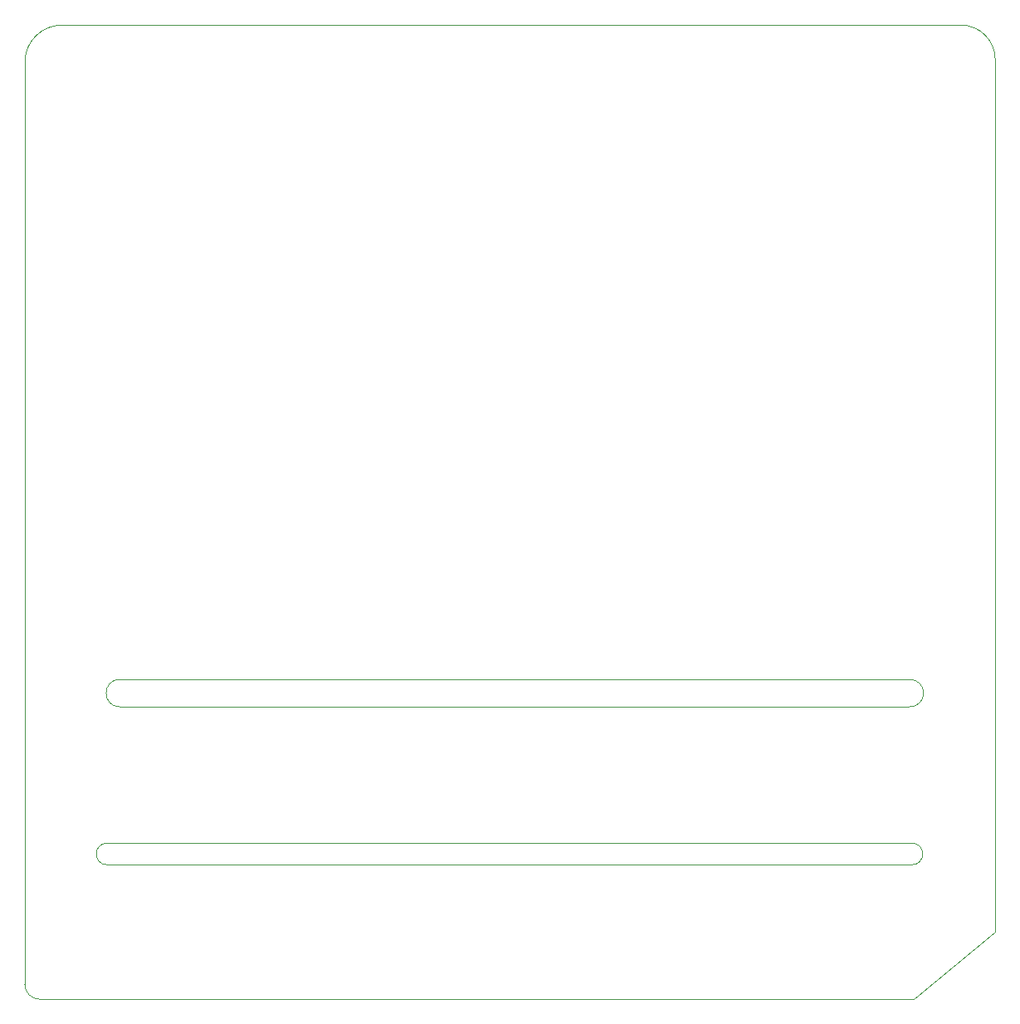
<source format=gbr>
%TF.GenerationSoftware,KiCad,Pcbnew,7.0.6*%
%TF.CreationDate,2023-11-01T15:52:39-07:00*%
%TF.ProjectId,Deliverable4_schematics,44656c69-7665-4726-9162-6c65345f7363,rev?*%
%TF.SameCoordinates,Original*%
%TF.FileFunction,Profile,NP*%
%FSLAX46Y46*%
G04 Gerber Fmt 4.6, Leading zero omitted, Abs format (unit mm)*
G04 Created by KiCad (PCBNEW 7.0.6) date 2023-11-01 15:52:39*
%MOMM*%
%LPD*%
G01*
G04 APERTURE LIST*
%TA.AperFunction,Profile*%
%ADD10C,0.100000*%
%TD*%
G04 APERTURE END LIST*
D10*
X268500000Y-74300000D02*
X176800000Y-74300000D01*
X272000000Y-166700000D02*
X272000000Y-137400000D01*
X181400000Y-159900000D02*
X263500000Y-159900000D01*
X263300000Y-141000000D02*
X182700000Y-141000000D01*
X272000000Y-77800000D02*
G75*
G03*
X268500000Y-74300000I-3500000J0D01*
G01*
X173000000Y-150900000D02*
X173000000Y-160000000D01*
X173000000Y-172100000D02*
X173000000Y-160000000D01*
X181400000Y-157700000D02*
G75*
G03*
X181400000Y-159900000I0J-1100000D01*
G01*
X263200254Y-143796442D02*
G75*
G03*
X263300000Y-141000000I99746J1396442D01*
G01*
X272000000Y-166700000D02*
X263700000Y-173600000D01*
X176800000Y-74300001D02*
G75*
G03*
X173011194Y-77808553I0J-3799999D01*
G01*
X272000000Y-137400000D02*
X272000000Y-77800000D01*
X263500000Y-157700000D02*
X181400000Y-157700000D01*
X173011193Y-77808553D02*
X173000000Y-137200000D01*
X173000000Y-150900000D02*
X173000000Y-137200000D01*
X182700000Y-141000000D02*
G75*
G03*
X182700000Y-143800000I0J-1400000D01*
G01*
X173000000Y-172100000D02*
G75*
G03*
X174500000Y-173600000I1500000J0D01*
G01*
X263500000Y-159900000D02*
G75*
G03*
X263500000Y-157700000I0J1100000D01*
G01*
X263200000Y-143800000D02*
X182700000Y-143800000D01*
X263700000Y-173600000D02*
X174500000Y-173600000D01*
M02*

</source>
